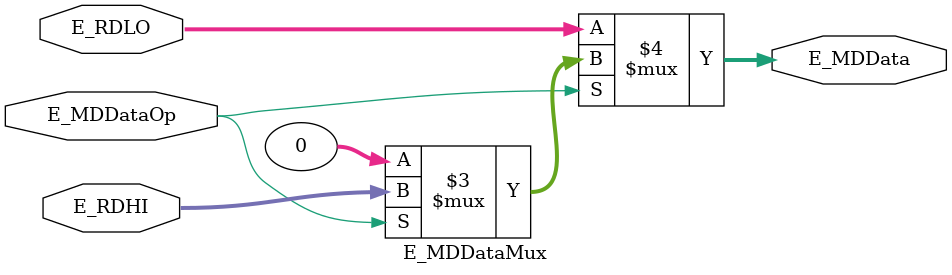
<source format=v>
`timescale 1ns / 1ps
module E_MDDataMux(
    input [31:0] E_RDLO,
    input [31:0] E_RDHI,
    output [31:0] E_MDData,
    input E_MDDataOp
    );
	assign E_MDData = (E_MDDataOp == 0) ? E_RDLO :
							(E_MDDataOp == 1) ? E_RDHI :
							0;

endmodule

</source>
